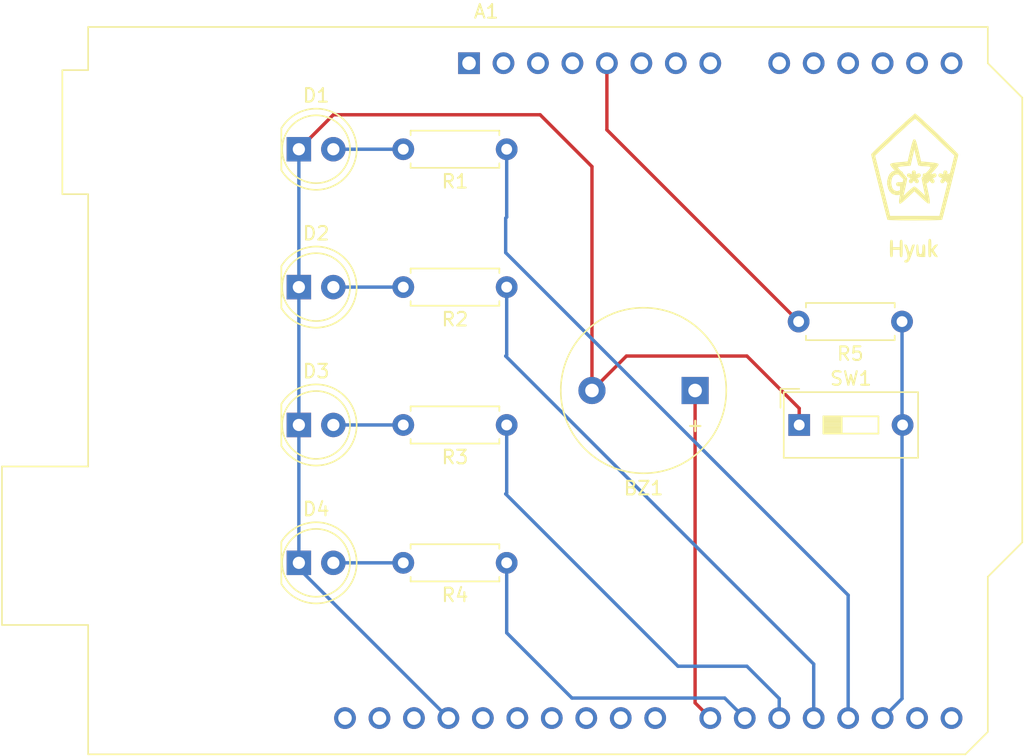
<source format=kicad_pcb>
(kicad_pcb (version 20211014) (generator pcbnew)
  (layers (0 "F.Cu" signal) (31 "B.Cu" signal) (34 "B.Paste" user) (35 "F.Paste" user) (36 "B.SilkS" user "B.Silkscreen") (37 "F.SilkS" user "F.Silkscreen") (38 "B.Mask" user) (39 "F.Mask" user) (44 "Edge.Cuts" user))
  (net 0 "")
  (net 5 "5V")
  (net 17 "D2")
  (net 18 "D3")
  (net 19 "D4")
  (net 20 "D5")
  (net 21 "D6")
  (net 22 "D7")
  (net 29 "GND")
  (net 33 "Net-(D1-Pad2)")
  (net 34 "Net-(D2-Pad2)")
  (net 35 "Net-(D3-Pad2)")
  (net 36 "Net-(D4-Pad2)")
  (footprint "LED_THT:LED_D5.0mm" (layer "F.Cu") (at 111.76 78.74)
    (fp_text reference "D1" (at 1.27 -3.96) (layer "F.SilkS"))
    (fp_text value "LED")
    (fp_line (start -1.29 -1.545) (end -1.29 1.545) (layer "F.SilkS") (width 0.12))
    (fp_arc (start -1.29 -1.54483) (mid 2.072002 -2.880433) (end 4.26 0.000462) (layer "F.SilkS") (width 0.12))
    (fp_arc (start 4.26 -0.000462) (mid 2.072002 2.880433) (end -1.29 1.54483) (layer "F.SilkS") (width 0.12))
    (fp_circle (center 1.27 0) (end 3.77 0) (layer "F.SilkS") (width 0.12) (fill none))
    (pad "1" thru_hole rect (at 0 0) (size 1.8 1.8) (drill 0.9) (layers *.Cu *.Mask) (net 29 "GND"))
    (pad "2" thru_hole circle (at 2.54 0) (size 1.8 1.8) (drill 0.9) (layers *.Cu *.Mask) (net 33 "Net-(D1-Pad2)"))
  )
  (footprint "Resistor_THT:R_Axial_DIN0207_L6.3mm_D2.5mm_P7.62mm_Horizontal" (layer "F.Cu") (at 127.075 99.06 180)
    (fp_text reference "R3" (at 3.81 -2.37) (layer "F.SilkS"))
    (fp_text value "220")
    (fp_line (start 0.54 -1.37) (end 7.08 -1.37) (layer "F.SilkS") (width 0.12))
    (fp_line (start 7.08 -1.37) (end 7.08 -1.04) (layer "F.SilkS") (width 0.12))
    (fp_line (start 0.54 1.04) (end 0.54 1.37) (layer "F.SilkS") (width 0.12))
    (fp_line (start 7.08 1.37) (end 7.08 1.04) (layer "F.SilkS") (width 0.12))
    (fp_line (start 0.54 -1.04) (end 0.54 -1.37) (layer "F.SilkS") (width 0.12))
    (fp_line (start 0.54 1.37) (end 7.08 1.37) (layer "F.SilkS") (width 0.12))
    (pad "1" thru_hole circle (at 0 0 180) (size 1.6 1.6) (drill 0.8) (layers *.Cu *.Mask) (net 20 "D5"))
    (pad "2" thru_hole oval (at 7.62 0 180) (size 1.6 1.6) (drill 0.8) (layers *.Cu *.Mask) (net 35 "Net-(D3-Pad2)"))
  )
  (footprint "Hyuk_Library:Logo" (layer "F.Cu") (at 157.48 81.28)
    (fp_text reference "G***" (at 0 0) (layer "F.SilkS") (effects (font (size 1.524 1.524) (thickness 0.3))))
    (fp_text value "LOGO" hide)
    (fp_poly (pts (xy -0.242716 -5.141421) (xy -0.108246 -5.028521) (xy 0.087946 -4.854351) (xy 0.333813 -4.630363) (xy 0.617307 -4.368007) (xy 0.926381 -4.078737) (xy 1.248986 -3.774003) (xy 1.573076 -3.465258) (xy 1.886603 -3.163952) (xy 2.177519 -2.881539) (xy 2.433778 -2.629468) (xy 2.64333 -2.419193) (xy 2.794129 -2.262164) (xy 2.874128 -2.169834) (xy 2.883843 -2.151979) (xy 2.868166 -2.074175) (xy 2.824089 -1.884745) (xy 2.756048 -1.601463) (xy 2.668474 -1.242098) (xy 2.565803 -0.824421) (xy 2.452467 -0.366205) (xy 2.3329 0.114781) (xy 2.211536 0.600764) (xy 2.092808 1.073975) (xy 1.98115 1.516641) (xy 1.880995 1.910992) (xy 1.796778 2.239256) (xy 1.73293 2.483663) (xy 1.693888 2.626441) (xy 1.684463 2.655476) (xy 1.624429 2.668629) (xy 1.468714 2.679925) (xy 1.232531 2.689351) (xy 0.931091 2.696896) (xy 0.579607 2.702549) (xy 0.193289 2.706298) (xy -0.212649 2.708132) (xy -0.622997 2.708038) (xy -1.022542 2.706006) (xy -1.396073 2.702024) (xy -1.728378 2.69608) (xy -2.004246 2.688162) (xy -2.208464 2.67826) (xy -2.32582 2.666362) (xy -2.348097 2.658534) (xy -2.369974 2.583301) (xy -2.419226 2.396289) (xy -2.49145 2.115182) (xy -2.582244 1.757659) (xy -2.687203 1.341402) (xy -2.801926 0.884092) (xy -2.922007 0.403411) (xy -3.043046 -0.082959) (xy -3.160637 -0.557339) (xy -3.270379 -1.002045) (xy -3.367867 -1.399398) (xy -3.448699 -1.731715) (xy -3.508472 -1.981316) (xy -3.528539 -2.068579) (xy -3.250207 -2.068579) (xy -2.927603 -0.780289) (xy -2.807845 -0.301217) (xy -2.680012 0.211565) (xy -2.554939 0.714506) (xy -2.443457 1.164058) (xy -2.375445 1.439334) (xy -2.14589 2.370667) (xy 1.480225 2.370667) (xy 1.626833 1.778001) (xy 1.685224 1.542519) (xy 1.769293 1.204254) (xy 1.872371 0.789996) (xy 1.98779 0.32654) (xy 2.108881 -0.15932) (xy 2.179441 -0.442258) (xy 2.58544 -2.06985) (xy 1.170145 -3.422525) (xy 0.825851 -3.749942) (xy 0.50828 -4.048801) (xy 0.228212 -4.309203) (xy -0.003572 -4.521247) (xy -0.176291 -4.675032) (xy -0.279165 -4.760658) (xy -0.302815 -4.775199) (xy -0.359211 -4.735368) (xy -0.492548 -4.622349) (xy -0.692042 -4.445854) (xy -0.946911 -4.215594) (xy -1.246371 -3.941283) (xy -1.579642 -3.632631) (xy -1.805344 -3.421889) (xy -3.250207 -2.068579) (xy -3.528539 -2.068579) (xy -3.542782 -2.130518) (xy -3.549345 -2.165193) (xy -3.506775 -2.220192) (xy -3.387108 -2.344564) (xy -3.202405 -2.527098) (xy -2.964728 -2.756588) (xy -2.686138 -3.021822) (xy -2.378699 -3.311593) (xy -2.054471 -3.614692) (xy -1.725517 -3.919908) (xy -1.403899 -4.216034) (xy -1.101678 -4.491861) (xy -0.830917 -4.736179) (xy -0.603677 -4.937779) (xy -0.432021 -5.085452) (xy -0.328009 -5.16799) (xy -0.303416 -5.181599)) (layer "F.SilkS") (width 0) (fill solid))
    (fp_poly (pts (xy -0.309558 -3.267533) (xy -0.26226 -3.201513) (xy -0.211133 -3.066876) (xy -0.148721 -2.843492) (xy -0.06757 -2.511232) (xy -0.056467 -2.464145) (xy 0.136629 -1.643223) (xy 0.774971 -1.583611) (xy 1.063361 -1.55282) (xy 1.256819 -1.521538) (xy 1.371297 -1.485821) (xy 1.422744 -1.441725) (xy 1.4291 -1.421854) (xy 1.394503 -1.33664) (xy 1.285325 -1.187036) (xy 1.115367 -0.990497) (xy 0.951866 -0.818264) (xy 0.458846 -0.31682) (xy 0.636835 0.50199) (xy 0.725115 0.924022) (xy 0.774556 1.223104) (xy 0.778796 1.405814) (xy 0.731472 1.478732) (xy 0.626224 1.448437) (xy 0.456688 1.321508) (xy 0.216503 1.104523) (xy 0.131519 1.02455) (xy -0.361055 0.558967) (xy -0.852763 1.02455) (xy -1.057034 1.211819) (xy -1.234415 1.363102) (xy -1.363995 1.461264) (xy -1.420925 1.490134) (xy -1.479852 1.430234) (xy -1.496118 1.303867) (xy -1.481353 1.162875) (xy -1.442426 0.927684) (xy -1.385732 0.634321) (xy -1.335158 0.396725) (xy -1.17546 -0.324151) (xy -1.670957 -0.820006) (xy -1.887427 -1.046852) (xy -2.032242 -1.217887) (xy -1.572637 -1.217887) (xy -1.546367 -1.161956) (xy -1.451606 -1.043277) (xy -1.306435 -0.883785) (xy -1.24427 -0.819537) (xy -1.0806 -0.644429) (xy -0.956622 -0.495445) (xy -0.892566 -0.397511) (xy -0.888025 -0.380583) (xy -0.90238 -0.284993) (xy -0.94022 -0.093036) (xy -0.99469 0.161357) (xy -1.023718 0.291216) (xy -1.158723 0.887231) (xy -0.802386 0.545216) (xy -0.626036 0.385519) (xy -0.47469 0.265651) (xy -0.374965 0.206215) (xy -0.36048 0.2032) (xy -0.278889 0.243028) (xy -0.138741 0.348719) (xy 0.033194 0.499584) (xy 0.07871 0.542609) (xy 0.432332 0.882018) (xy 0.300465 0.254743) (xy 0.24349 -0.019885) (xy 0.198647 -0.242878) (xy 0.172087 -0.383286) (xy 0.167487 -0.41445) (xy 0.206685 -0.474005) (xy 0.312076 -0.59619) (xy 0.463713 -0.758295) (xy 0.523305 -0.819533) (xy 0.71192 -1.024649) (xy 0.809786 -1.16337) (xy 0.81516 -1.233217) (xy 0.814462 -1.233779) (xy 0.729397 -1.259063) (xy 0.567246 -1.277656) (xy 0.361812 -1.285808) (xy 0.344875 -1.285896) (xy 0.097579 -1.297783) (xy -0.043892 -1.332381) (xy -0.082213 -1.371599) (xy -0.10813 -1.473062) (xy -0.156301 -1.667369) (xy -0.217554 -1.917449) (xy -0.235338 -1.990513) (xy -0.365189 -2.524761) (xy -0.639121 -1.320799) (xy -1.091596 -1.286933) (xy -1.304383 -1.267226) (xy -1.471116 -1.244697) (xy -1.563614 -1.223389) (xy -1.572637 -1.217887) (xy -2.032242 -1.217887) (xy -2.046301 -1.234491) (xy -2.135562 -1.367884) (xy -2.150364 -1.41993) (xy -2.120148 -1.468759) (xy -2.035686 -1.507245) (xy -1.880573 -1.53949) (xy -1.638408 -1.569599) (xy -1.495932 -1.583611) (xy -0.857589 -1.643223) (xy -0.664493 -2.464145) (xy -0.580653 -2.81051) (xy -0.516427 -3.045634) (xy -0.464361 -3.189648) (xy -0.417 -3.262682) (xy -0.36689 -3.284865) (xy -0.36048 -3.285066)) (layer "F.SilkS") (width 0) (fill solid))
    (fp_poly (pts (xy -0.350173 4.483609) (xy -0.332751 4.499953) (xy -0.354799 4.606167) (xy -0.41215 4.796794) (xy -0.491611 5.034413) (xy -0.579993 5.281604) (xy -0.664105 5.500944) (xy -0.730755 5.655014) (xy -0.755206 5.698395) (xy -0.862795 5.789723) (xy -0.983126 5.823305) (xy -1.077726 5.796417) (xy -1.10917 5.723467) (xy -1.063046 5.6407) (xy -0.99931 5.621867) (xy -0.894538 5.569752) (xy -0.857729 5.419887) (xy -0.889324 5.181996) (xy -0.967793 4.924705) (xy -1.051546 4.691262) (xy -1.093277 4.555623) (xy -1.095017 4.491266) (xy -1.058795 4.471671) (xy -1.002554 4.470401) (xy -0.910062 4.524469) (xy -0.836984 4.696782) (xy -0.829479 4.724401) (xy -0.765389 4.938298) (xy -0.714094 5.021298) (xy -0.667242 4.975482) (xy -0.616479 4.802934) (xy -0.610893 4.778907) (xy -0.54929 4.573611) (xy -0.479469 4.481246) (xy -0.436461 4.470401)) (layer "F.SilkS") (width 0) (fill solid))
    (fp_poly (pts (xy 0.839525 4.079703) (xy 0.873334 4.147809) (xy 0.886976 4.299818) (xy 0.889331 4.453467) (xy 0.891325 4.842934) (xy 1.016196 4.656667) (xy 1.1513 4.516905) (xy 1.276563 4.470401) (xy 1.356194 4.474862) (xy 1.370426 4.50562) (xy 1.314339 4.588734) (xy 1.235941 4.685499) (xy 1.059824 4.900598) (xy 1.227803 5.159632) (xy 1.325609 5.31419) (xy 1.358509 5.39028) (xy 1.330626 5.415471) (xy 1.266341 5.417497) (xy 1.130068 5.352461) (xy 1.012118 5.198317) (xy 0.887336 4.980308) (xy 0.887336 5.199488) (xy 0.872596 5.355254) (xy 0.816369 5.414212) (xy 0.776419 5.418667) (xy 0.725937 5.409371) (xy 0.69362 5.365136) (xy 0.675453 5.261444) (xy 0.667422 5.073775) (xy 0.665511 4.777609) (xy 0.665502 4.741334) (xy 0.667025 4.433054) (xy 0.674268 4.235705) (xy 0.691248 4.124769) (xy 0.72198 4.075726) (xy 0.770479 4.064056) (xy 0.776419 4.064001)) (layer "F.SilkS") (width 0) (fill solid))
    (fp_poly (pts (xy -1.279452 4.14145) (xy -1.246917 4.187352) (xy -1.229065 4.294569) (xy -1.221567 4.488228) (xy -1.220087 4.775201) (xy -1.221762 5.07427) (xy -1.229674 5.263021) (xy -1.248156 5.366583) (xy -1.281538 5.410085) (xy -1.331004 5.418667) (xy -1.40357 5.395947) (xy -1.435642 5.304116) (xy -1.441921 5.147734) (xy -1.441921 4.876801) (xy -1.941048 4.876801) (xy -1.941048 5.147734) (xy -1.950349 5.324988) (xy -1.987944 5.403328) (xy -2.051965 5.418667) (xy -2.103517 5.408951) (xy -2.136053 5.363049) (xy -2.153904 5.255832) (xy -2.161403 5.062173) (xy -2.162882 4.775201) (xy -2.161207 4.476131) (xy -2.153295 4.28738) (xy -2.134813 4.183818) (xy -2.101432 4.140316) (xy -2.051965 4.131734) (xy -1.979399 4.154454) (xy -1.947328 4.246285) (xy -1.941048 4.402667) (xy -1.941048 4.673601) (xy -1.441921 4.673601) (xy -1.441921 4.402667) (xy -1.43262 4.225413) (xy -1.395025 4.147073) (xy -1.331004 4.131734)) (layer "F.SilkS") (width 0) (fill solid))
    (fp_poly (pts (xy 0.391427 4.483393) (xy 0.424842 4.541827) (xy 0.439938 4.674884) (xy 0.443654 4.911745) (xy 0.443668 4.936718) (xy 0.443668 5.403036) (xy 0.171068 5.403036) (xy -0.000443 5.38896) (xy -0.127777 5.353204) (xy -0.161683 5.329572) (xy -0.194471 5.225602) (xy -0.216318 5.033859) (xy -0.221834 4.863254) (xy -0.215048 4.631761) (xy -0.191082 4.509415) (xy -0.144526 4.470662) (xy -0.138646 4.470401) (xy -0.082173 4.512981) (xy -0.057267 4.655726) (xy -0.054609 4.758267) (xy -0.034111 5.028015) (xy 0.024534 5.175976) (xy 0.119971 5.199008) (xy 0.133049 5.193596) (xy 0.191043 5.1217) (xy 0.217991 4.959089) (xy 0.221834 4.811193) (xy 0.2276 4.607282) (xy 0.252102 4.50528) (xy 0.306152 4.471976) (xy 0.332751 4.470401)) (layer "F.SilkS") (width 0) (fill solid))
  )
  (footprint "Resistor_THT:R_Axial_DIN0207_L6.3mm_D2.5mm_P7.62mm_Horizontal" (layer "F.Cu") (at 127.075 78.74 180)
    (fp_text reference "R1" (at 3.81 -2.37) (layer "F.SilkS"))
    (fp_text value "220")
    (fp_line (start 0.54 -1.37) (end 7.08 -1.37) (layer "F.SilkS") (width 0.12))
    (fp_line (start 7.08 -1.37) (end 7.08 -1.04) (layer "F.SilkS") (width 0.12))
    (fp_line (start 0.54 -1.04) (end 0.54 -1.37) (layer "F.SilkS") (width 0.12))
    (fp_line (start 7.08 1.37) (end 7.08 1.04) (layer "F.SilkS") (width 0.12))
    (fp_line (start 0.54 1.04) (end 0.54 1.37) (layer "F.SilkS") (width 0.12))
    (fp_line (start 0.54 1.37) (end 7.08 1.37) (layer "F.SilkS") (width 0.12))
    (pad "1" thru_hole circle (at 0 0 180) (size 1.6 1.6) (drill 0.8) (layers *.Cu *.Mask) (net 18 "D3"))
    (pad "2" thru_hole oval (at 7.62 0 180) (size 1.6 1.6) (drill 0.8) (layers *.Cu *.Mask) (net 33 "Net-(D1-Pad2)"))
  )
  (footprint "LED_THT:LED_D5.0mm" (layer "F.Cu") (at 111.76 99.06)
    (fp_text reference "D3" (at 1.27 -3.96) (layer "F.SilkS"))
    (fp_text value "LED")
    (fp_line (start -1.29 -1.545) (end -1.29 1.545) (layer "F.SilkS") (width 0.12))
    (fp_arc (start 4.26 -0.000462) (mid 2.072002 2.880433) (end -1.29 1.54483) (layer "F.SilkS") (width 0.12))
    (fp_arc (start -1.29 -1.54483) (mid 2.072002 -2.880433) (end 4.26 0.000462) (layer "F.SilkS") (width 0.12))
    (fp_circle (center 1.27 0) (end 3.77 0) (layer "F.SilkS") (width 0.12) (fill none))
    (pad "1" thru_hole rect (at 0 0) (size 1.8 1.8) (drill 0.9) (layers *.Cu *.Mask) (net 29 "GND"))
    (pad "2" thru_hole circle (at 2.54 0) (size 1.8 1.8) (drill 0.9) (layers *.Cu *.Mask) (net 35 "Net-(D3-Pad2)"))
  )
  (footprint "Button_Switch_THT:SW_DIP_SPSTx01_Slide_9.78x4.72mm_W7.62mm_P2.54mm" (layer "F.Cu") (at 148.6325 99.06)
    (fp_text reference "SW1" (at 3.81 -3.42) (layer "F.SilkS"))
    (fp_text value "SW_DIP_x01")
    (fp_line (start 5.84 -0.635) (end 1.78 -0.635) (layer "F.SilkS") (width 0.12))
    (fp_line (start 5.84 0.635) (end 5.84 -0.635) (layer "F.SilkS") (width 0.12))
    (fp_line (start 1.78 -0.515) (end 3.133333 -0.515) (layer "F.SilkS") (width 0.12))
    (fp_line (start 1.78 0.565) (end 3.133333 0.565) (layer "F.SilkS") (width 0.12))
    (fp_line (start -1.14 -2.42) (end 8.76 -2.42) (layer "F.SilkS") (width 0.12))
    (fp_line (start 3.133333 -0.635) (end 3.133333 0.635) (layer "F.SilkS") (width 0.12))
    (fp_line (start 1.78 -0.035) (end 3.133333 -0.035) (layer "F.SilkS") (width 0.12))
    (fp_line (start -1.14 -2.42) (end -1.14 2.42) (layer "F.SilkS") (width 0.12))
    (fp_line (start 1.78 -0.635) (end 1.78 0.635) (layer "F.SilkS") (width 0.12))
    (fp_line (start 8.76 -2.42) (end 8.76 2.42) (layer "F.SilkS") (width 0.12))
    (fp_line (start 1.78 0.085) (end 3.133333 0.085) (layer "F.SilkS") (width 0.12))
    (fp_line (start 1.78 0.635) (end 5.84 0.635) (layer "F.SilkS") (width 0.12))
    (fp_line (start 1.78 0.205) (end 3.133333 0.205) (layer "F.SilkS") (width 0.12))
    (fp_line (start -1.38 -2.66) (end 0.004 -2.66) (layer "F.SilkS") (width 0.12))
    (fp_line (start 1.78 -0.275) (end 3.133333 -0.275) (layer "F.SilkS") (width 0.12))
    (fp_line (start -1.14 2.42) (end 8.76 2.42) (layer "F.SilkS") (width 0.12))
    (fp_line (start 1.78 0.445) (end 3.133333 0.445) (layer "F.SilkS") (width 0.12))
    (fp_line (start 1.78 -0.395) (end 3.133333 -0.395) (layer "F.SilkS") (width 0.12))
    (fp_line (start 1.78 0.325) (end 3.133333 0.325) (layer "F.SilkS") (width 0.12))
    (fp_line (start 1.78 -0.155) (end 3.133333 -0.155) (layer "F.SilkS") (width 0.12))
    (fp_line (start -1.38 -2.66) (end -1.38 -1.277) (layer "F.SilkS") (width 0.12))
    (pad "1" thru_hole rect (at 0 0) (size 1.6 1.6) (drill 0.8) (layers *.Cu *.Mask) (net 29 "GND"))
    (pad "2" thru_hole oval (at 7.62 0) (size 1.6 1.6) (drill 0.8) (layers *.Cu *.Mask) (net 17 "D2"))
  )
  (footprint "Resistor_THT:R_Axial_DIN0207_L6.3mm_D2.5mm_P7.62mm_Horizontal" (layer "F.Cu") (at 127.075 109.22 180)
    (fp_text reference "R4" (at 3.81 -2.37) (layer "F.SilkS"))
    (fp_text value "220")
    (fp_line (start 0.54 -1.37) (end 7.08 -1.37) (layer "F.SilkS") (width 0.12))
    (fp_line (start 7.08 1.37) (end 7.08 1.04) (layer "F.SilkS") (width 0.12))
    (fp_line (start 7.08 -1.37) (end 7.08 -1.04) (layer "F.SilkS") (width 0.12))
    (fp_line (start 0.54 -1.04) (end 0.54 -1.37) (layer "F.SilkS") (width 0.12))
    (fp_line (start 0.54 1.37) (end 7.08 1.37) (layer "F.SilkS") (width 0.12))
    (fp_line (start 0.54 1.04) (end 0.54 1.37) (layer "F.SilkS") (width 0.12))
    (pad "1" thru_hole circle (at 0 0 180) (size 1.6 1.6) (drill 0.8) (layers *.Cu *.Mask) (net 21 "D6"))
    (pad "2" thru_hole oval (at 7.62 0 180) (size 1.6 1.6) (drill 0.8) (layers *.Cu *.Mask) (net 36 "Net-(D4-Pad2)"))
  )
  (footprint "Module:Arduino_UNO_R3" (layer "F.Cu") (at 124.3 72.4)
    (fp_text reference "A1" (at 1.27 -3.81 180) (layer "F.SilkS"))
    (fp_text value "Arduino_UNO_R3")
    (fp_line (start -28.07 50.93) (end 36.58 50.93) (layer "F.SilkS") (width 0.12))
    (fp_line (start -28.07 -2.67) (end -28.07 0.51) (layer "F.SilkS") (width 0.12))
    (fp_line (start -28.07 9.65) (end -28.07 29.72) (layer "F.SilkS") (width 0.12))
    (fp_line (start -28.07 29.72) (end -34.42 29.72) (layer "F.SilkS") (width 0.12))
    (fp_line (start 38.23 37.85) (end 40.77 35.31) (layer "F.SilkS") (width 0.12))
    (fp_line (start -28.07 41.4) (end -28.07 50.93) (layer "F.SilkS") (width 0.12))
    (fp_line (start -34.42 41.4) (end -28.07 41.4) (layer "F.SilkS") (width 0.12))
    (fp_line (start 38.23 0) (end 38.23 -2.67) (layer "F.SilkS") (width 0.12))
    (fp_line (start 38.23 -2.67) (end -28.07 -2.67) (layer "F.SilkS") (width 0.12))
    (fp_line (start -29.97 9.65) (end -28.07 9.65) (layer "F.SilkS") (width 0.12))
    (fp_line (start -29.97 0.51) (end -29.97 9.65) (layer "F.SilkS") (width 0.12))
    (fp_line (start 40.77 35.31) (end 40.77 2.54) (layer "F.SilkS") (width 0.12))
    (fp_line (start 38.23 49.28) (end 38.23 37.85) (layer "F.SilkS") (width 0.12))
    (fp_line (start 36.58 50.93) (end 38.23 49.28) (layer "F.SilkS") (width 0.12))
    (fp_line (start -28.07 0.51) (end -29.97 0.51) (layer "F.SilkS") (width 0.12))
    (fp_line (start 40.77 2.54) (end 38.23 0) (layer "F.SilkS") (width 0.12))
    (fp_line (start -34.42 29.72) (end -34.42 41.4) (layer "F.SilkS") (width 0.12))
    (pad "1" thru_hole rect (at 0 0 90) (size 1.6 1.6) (drill 1) (layers *.Cu *.Mask))
    (pad "2" thru_hole oval (at 2.54 0 90) (size 1.6 1.6) (drill 1) (layers *.Cu *.Mask))
    (pad "3" thru_hole oval (at 5.08 0 90) (size 1.6 1.6) (drill 1) (layers *.Cu *.Mask))
    (pad "4" thru_hole oval (at 7.62 0 90) (size 1.6 1.6) (drill 1) (layers *.Cu *.Mask))
    (pad "5" thru_hole oval (at 10.16 0 90) (size 1.6 1.6) (drill 1) (layers *.Cu *.Mask) (net 5 "5V"))
    (pad "6" thru_hole oval (at 12.7 0 90) (size 1.6 1.6) (drill 1) (layers *.Cu *.Mask))
    (pad "7" thru_hole oval (at 15.24 0 90) (size 1.6 1.6) (drill 1) (layers *.Cu *.Mask))
    (pad "8" thru_hole oval (at 17.78 0 90) (size 1.6 1.6) (drill 1) (layers *.Cu *.Mask))
    (pad "9" thru_hole oval (at 22.86 0 90) (size 1.6 1.6) (drill 1) (layers *.Cu *.Mask))
    (pad "10" thru_hole oval (at 25.4 0 90) (size 1.6 1.6) (drill 1) (layers *.Cu *.Mask))
    (pad "11" thru_hole oval (at 27.94 0 90) (size 1.6 1.6) (drill 1) (layers *.Cu *.Mask))
    (pad "12" thru_hole oval (at 30.48 0 90) (size 1.6 1.6) (drill 1) (layers *.Cu *.Mask))
    (pad "13" thru_hole oval (at 33.02 0 90) (size 1.6 1.6) (drill 1) (layers *.Cu *.Mask))
    (pad "14" thru_hole oval (at 35.56 0 90) (size 1.6 1.6) (drill 1) (layers *.Cu *.Mask))
    (pad "15" thru_hole oval (at 35.56 48.26 90) (size 1.6 1.6) (drill 1) (layers *.Cu *.Mask))
    (pad "16" thru_hole oval (at 33.02 48.26 90) (size 1.6 1.6) (drill 1) (layers *.Cu *.Mask))
    (pad "17" thru_hole oval (at 30.48 48.26 90) (size 1.6 1.6) (drill 1) (layers *.Cu *.Mask) (net 17 "D2"))
    (pad "18" thru_hole oval (at 27.94 48.26 90) (size 1.6 1.6) (drill 1) (layers *.Cu *.Mask) (net 18 "D3"))
    (pad "19" thru_hole oval (at 25.4 48.26 90) (size 1.6 1.6) (drill 1) (layers *.Cu *.Mask) (net 19 "D4"))
    (pad "20" thru_hole oval (at 22.86 48.26 90) (size 1.6 1.6) (drill 1) (layers *.Cu *.Mask) (net 20 "D5"))
    (pad "21" thru_hole oval (at 20.32 48.26 90) (size 1.6 1.6) (drill 1) (layers *.Cu *.Mask) (net 21 "D6"))
    (pad "22" thru_hole oval (at 17.78 48.26 90) (size 1.6 1.6) (drill 1) (layers *.Cu *.Mask) (net 22 "D7"))
    (pad "23" thru_hole oval (at 13.72 48.26 90) (size 1.6 1.6) (drill 1) (layers *.Cu *.Mask))
    (pad "24" thru_hole oval (at 11.18 48.26 90) (size 1.6 1.6) (drill 1) (layers *.Cu *.Mask))
    (pad "25" thru_hole oval (at 8.64 48.26 90) (size 1.6 1.6) (drill 1) (layers *.Cu *.Mask))
    (pad "26" thru_hole oval (at 6.1 48.26 90) (size 1.6 1.6) (drill 1) (layers *.Cu *.Mask))
    (pad "27" thru_hole oval (at 3.56 48.26 90) (size 1.6 1.6) (drill 1) (layers *.Cu *.Mask))
    (pad "28" thru_hole oval (at 1.02 48.26 90) (size 1.6 1.6) (drill 1) (layers *.Cu *.Mask))
    (pad "29" thru_hole oval (at -1.52 48.26 90) (size 1.6 1.6) (drill 1) (layers *.Cu *.Mask) (net 29 "GND"))
    (pad "30" thru_hole oval (at -4.06 48.26 90) (size 1.6 1.6) (drill 1) (layers *.Cu *.Mask))
    (pad "31" thru_hole oval (at -6.6 48.26 90) (size 1.6 1.6) (drill 1) (layers *.Cu *.Mask))
    (pad "32" thru_hole oval (at -9.14 48.26 90) (size 1.6 1.6) (drill 1) (layers *.Cu *.Mask))
  )
  (footprint "Resistor_THT:R_Axial_DIN0207_L6.3mm_D2.5mm_P7.62mm_Horizontal" (layer "F.Cu") (at 127.075 88.9 180)
    (fp_text reference "R2" (at 3.81 -2.37) (layer "F.SilkS"))
    (fp_text value "220")
    (fp_line (start 7.08 -1.37) (end 7.08 -1.04) (layer "F.SilkS") (width 0.12))
    (fp_line (start 0.54 -1.37) (end 7.08 -1.37) (layer "F.SilkS") (width 0.12))
    (fp_line (start 0.54 1.04) (end 0.54 1.37) (layer "F.SilkS") (width 0.12))
    (fp_line (start 0.54 -1.04) (end 0.54 -1.37) (layer "F.SilkS") (width 0.12))
    (fp_line (start 0.54 1.37) (end 7.08 1.37) (layer "F.SilkS") (width 0.12))
    (fp_line (start 7.08 1.37) (end 7.08 1.04) (layer "F.SilkS") (width 0.12))
    (pad "1" thru_hole circle (at 0 0 180) (size 1.6 1.6) (drill 0.8) (layers *.Cu *.Mask) (net 19 "D4"))
    (pad "2" thru_hole oval (at 7.62 0 180) (size 1.6 1.6) (drill 0.8) (layers *.Cu *.Mask) (net 34 "Net-(D2-Pad2)"))
  )
  (footprint "Resistor_THT:R_Axial_DIN0207_L6.3mm_D2.5mm_P7.62mm_Horizontal" (layer "F.Cu") (at 156.21 91.44 180)
    (fp_text reference "R5" (at 3.81 -2.37) (layer "F.SilkS"))
    (fp_text value "220")
    (fp_line (start 0.54 -1.04) (end 0.54 -1.37) (layer "F.SilkS") (width 0.12))
    (fp_line (start 7.08 1.37) (end 7.08 1.04) (layer "F.SilkS") (width 0.12))
    (fp_line (start 0.54 1.04) (end 0.54 1.37) (layer "F.SilkS") (width 0.12))
    (fp_line (start 0.54 -1.37) (end 7.08 -1.37) (layer "F.SilkS") (width 0.12))
    (fp_line (start 0.54 1.37) (end 7.08 1.37) (layer "F.SilkS") (width 0.12))
    (fp_line (start 7.08 -1.37) (end 7.08 -1.04) (layer "F.SilkS") (width 0.12))
    (pad "1" thru_hole circle (at 0 0 180) (size 1.6 1.6) (drill 0.8) (layers *.Cu *.Mask) (net 17 "D2"))
    (pad "2" thru_hole oval (at 7.62 0 180) (size 1.6 1.6) (drill 0.8) (layers *.Cu *.Mask) (net 5 "5V"))
  )
  (footprint "LED_THT:LED_D5.0mm" (layer "F.Cu") (at 111.76 88.9)
    (fp_text reference "D2" (at 1.27 -3.96) (layer "F.SilkS"))
    (fp_text value "LED")
    (fp_line (start -1.29 -1.545) (end -1.29 1.545) (layer "F.SilkS") (width 0.12))
    (fp_arc (start 4.26 -0.000462) (mid 2.072002 2.880433) (end -1.29 1.54483) (layer "F.SilkS") (width 0.12))
    (fp_arc (start -1.29 -1.54483) (mid 2.072002 -2.880433) (end 4.26 0.000462) (layer "F.SilkS") (width 0.12))
    (fp_circle (center 1.27 0) (end 3.77 0) (layer "F.SilkS") (width 0.12) (fill none))
    (pad "1" thru_hole rect (at 0 0) (size 1.8 1.8) (drill 0.9) (layers *.Cu *.Mask) (net 29 "GND"))
    (pad "2" thru_hole circle (at 2.54 0) (size 1.8 1.8) (drill 0.9) (layers *.Cu *.Mask) (net 34 "Net-(D2-Pad2)"))
  )
  (footprint "LED_THT:LED_D5.0mm" (layer "F.Cu") (at 111.76 109.22)
    (fp_text reference "D4" (at 1.27 -3.96) (layer "F.SilkS"))
    (fp_text value "LED")
    (fp_line (start -1.29 -1.545) (end -1.29 1.545) (layer "F.SilkS") (width 0.12))
    (fp_arc (start -1.29 -1.54483) (mid 2.072002 -2.880433) (end 4.26 0.000462) (layer "F.SilkS") (width 0.12))
    (fp_arc (start 4.26 -0.000462) (mid 2.072002 2.880433) (end -1.29 1.54483) (layer "F.SilkS") (width 0.12))
    (fp_circle (center 1.27 0) (end 3.77 0) (layer "F.SilkS") (width 0.12) (fill none))
    (pad "1" thru_hole rect (at 0 0) (size 1.8 1.8) (drill 0.9) (layers *.Cu *.Mask) (net 29 "GND"))
    (pad "2" thru_hole circle (at 2.54 0) (size 1.8 1.8) (drill 0.9) (layers *.Cu *.Mask) (net 36 "Net-(D4-Pad2)"))
  )
  (footprint "Buzzer_Beeper:Buzzer_12x9.5RM7.6" (layer "F.Cu") (at 140.96 96.52 180)
    (fp_text reference "BZ1" (at 3.8 -7.2) (layer "F.SilkS"))
    (fp_text value "Buzzer")
    (fp_text user "+" (at -0.01 -2.54) (layer "F.SilkS"))
    (fp_circle (center 3.8 0) (end 9.9 0) (layer "F.SilkS") (width 0.12) (fill none))
    (pad "1" thru_hole rect (at 0 0 180) (size 2 2) (drill 1) (layers *.Cu *.Mask) (net 22 "D7"))
    (pad "2" thru_hole circle (at 7.6 0 180) (size 2 2) (drill 1) (layers *.Cu *.Mask) (net 29 "GND"))
  )
  (segment (start 134.46 72.4) (end 134.46 77.31) (width 0.25) (layer "F.Cu") (net 5))
  (segment (start 134.46 77.31) (end 148.59 91.44) (width 0.25) (layer "F.Cu") (net 5))
  (segment (start 156.21 119.23) (end 154.78 120.66) (width 0.25) (layer "B.Cu") (net 17))
  (segment (start 156.21 91.44) (end 156.21 119.23) (width 0.25) (layer "B.Cu") (net 17))
  (segment (start 127 83.82) (end 127 86.36) (width 0.25) (layer "B.Cu") (net 18))
  (segment (start 152.24 111.6) (end 152.24 120.66) (width 0.25) (layer "B.Cu") (net 18))
  (segment (start 127.075 83.745) (end 127 83.82) (width 0.25) (layer "B.Cu") (net 18))
  (segment (start 127 86.36) (end 152.24 111.6) (width 0.25) (layer "B.Cu") (net 18))
  (segment (start 127.075 78.74) (end 127.075 83.745) (width 0.25) (layer "B.Cu") (net 18))
  (segment (start 127 93.98) (end 149.7 116.68) (width 0.25) (layer "B.Cu") (net 19))
  (segment (start 127.075 93.905) (end 127 93.98) (width 0.25) (layer "B.Cu") (net 19))
  (segment (start 149.7 116.68) (end 149.7 120.66) (width 0.25) (layer "B.Cu") (net 19))
  (segment (start 127.075 88.9) (end 127.075 93.905) (width 0.25) (layer "B.Cu") (net 19))
  (segment (start 144.78 116.84) (end 147.16 119.22) (width 0.25) (layer "B.Cu") (net 20))
  (segment (start 147.16 119.22) (end 147.16 120.66) (width 0.25) (layer "B.Cu") (net 20))
  (segment (start 127 104.14) (end 139.7 116.84) (width 0.25) (layer "B.Cu") (net 20))
  (segment (start 139.7 116.84) (end 144.78 116.84) (width 0.25) (layer "B.Cu") (net 20))
  (segment (start 127.075 99.06) (end 127.075 104.065) (width 0.25) (layer "B.Cu") (net 20))
  (segment (start 127.075 104.065) (end 127 104.14) (width 0.25) (layer "B.Cu") (net 20))
  (segment (start 143.144278 119.184278) (end 144.62 120.66) (width 0.25) (layer "B.Cu") (net 21))
  (segment (start 127.075 114.375) (end 131.884278 119.184278) (width 0.25) (layer "B.Cu") (net 21))
  (segment (start 127.075 109.22) (end 127.075 114.375) (width 0.25) (layer "B.Cu") (net 21))
  (segment (start 131.884278 119.184278) (end 143.144278 119.184278) (width 0.25) (layer "B.Cu") (net 21))
  (segment (start 140.96 119.54) (end 142.08 120.66) (width 0.25) (layer "F.Cu") (net 22))
  (segment (start 140.96 96.52) (end 140.96 119.54) (width 0.25) (layer "F.Cu") (net 22))
  (segment (start 114.3 76.2) (end 111.76 78.74) (width 0.25) (layer "F.Cu") (net 29))
  (segment (start 129.54 76.2) (end 114.3 76.2) (width 0.25) (layer "F.Cu") (net 29))
  (segment (start 144.78 93.98) (end 148.6325 97.8325) (width 0.25) (layer "F.Cu") (net 29))
  (segment (start 133.36 96.52) (end 133.36 80.02) (width 0.25) (layer "F.Cu") (net 29))
  (segment (start 135.9 93.98) (end 144.78 93.98) (width 0.25) (layer "F.Cu") (net 29))
  (segment (start 133.36 96.52) (end 135.9 93.98) (width 0.25) (layer "F.Cu") (net 29))
  (segment (start 148.6325 97.8325) (end 148.6325 99.06) (width 0.25) (layer "F.Cu") (net 29))
  (segment (start 133.36 80.02) (end 129.54 76.2) (width 0.25) (layer "F.Cu") (net 29))
  (segment (start 111.76 78.74) (end 111.76 109.22) (width 0.25) (layer "B.Cu") (net 29))
  (segment (start 111.76 109.22) (end 111.76 109.64) (width 0.25) (layer "B.Cu") (net 29))
  (segment (start 111.76 109.64) (end 122.78 120.66) (width 0.25) (layer "B.Cu") (net 29))
  (segment (start 114.3 78.74) (end 119.455 78.74) (width 0.25) (layer "B.Cu") (net 33))
  (segment (start 114.3 88.9) (end 119.455 88.9) (width 0.25) (layer "B.Cu") (net 34))
  (segment (start 114.3 99.06) (end 119.455 99.06) (width 0.25) (layer "B.Cu") (net 35))
  (segment (start 114.3 109.22) (end 119.455 109.22) (width 0.25) (layer "B.Cu") (net 36))
)
</source>
